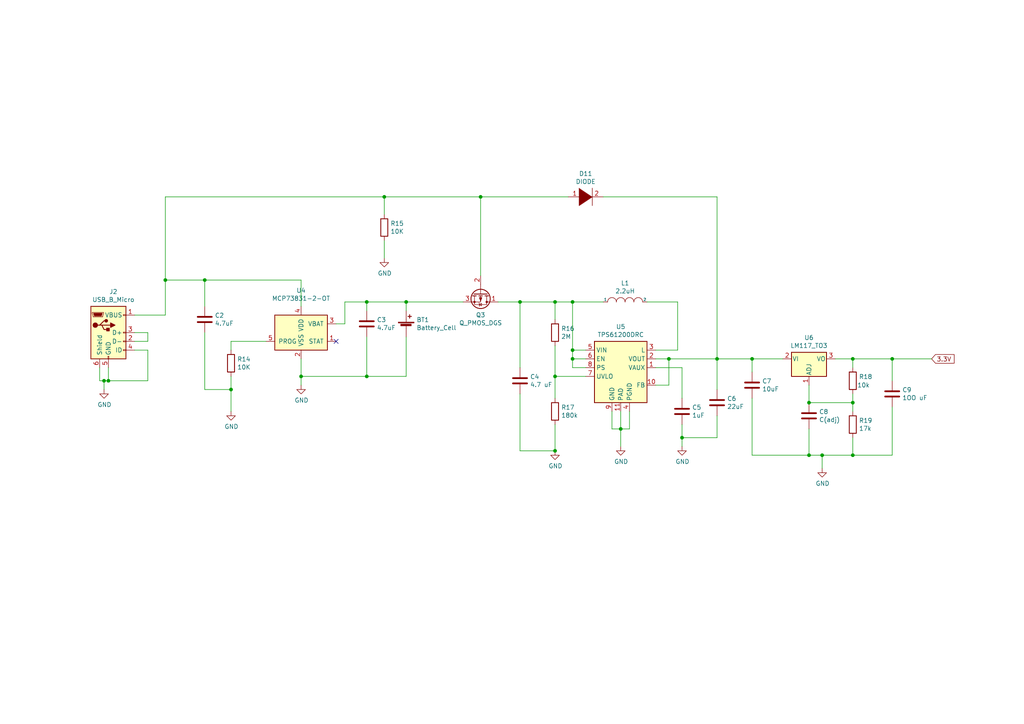
<source format=kicad_sch>
(kicad_sch (version 20230121) (generator eeschema)
  (paper "A4")
  (lib_symbols
    (symbol "Connector:USB_B_Micro" (pin_names (offset 1.016))
      (property "Reference" "J" (at -5.08 11.43 0))
      (property "Value" "USB_B_Micro" (at -5.08 8.89 0))
      (symbol "USB_B_Micro_0_1"
        (rectangle (start -5.08 -7.62) (end 5.08 7.62) (stroke (width 0.254)) (fill (type background)))
        (circle (center -3.81 2.159) (radius 0.635) (stroke (width 0.254)) (fill (type outline)))
        (circle (center -0.635 3.429) (radius 0.381) (stroke (width 0.254)) (fill (type outline)))
        (rectangle (start -0.127 -7.62) (end 0.127 -6.858))
        (polyline (pts (xy -1.905 2.159) (xy 0.635 2.159)) (stroke (width 0.254)))
        (polyline (pts (xy -3.175 2.159) (xy -2.54 2.159) (xy -1.27 3.429) (xy -0.635 3.429)) (stroke (width 0.254)))
        (polyline (pts (xy -2.54 2.159) (xy -1.905 2.159) (xy -1.27 0.889) (xy 0 0.889)) (stroke (width 0.254)))
        (polyline (pts (xy 0.635 2.794) (xy 0.635 1.524) (xy 1.905 2.159) (xy 0.635 2.794)) (stroke (width 0.254)) (fill (type outline)))
        (polyline (pts (xy -4.318 5.588) (xy -1.778 5.588) (xy -2.032 4.826) (xy -4.064 4.826) (xy -4.318 5.588)) (fill (type outline)))
        (polyline (pts (xy -4.699 5.842) (xy -4.699 5.588) (xy -4.445 4.826) (xy -4.445 4.572) (xy -1.651 4.572) (xy -1.651 4.826) (xy -1.397 5.588) (xy -1.397 5.842) (xy -4.699 5.842)))
        (rectangle (start 0.254 1.27) (end -0.508 0.508) (stroke (width 0.254)) (fill (type outline)))
        (rectangle (start 5.08 -5.207) (end 4.318 -4.953))
        (rectangle (start 5.08 -2.667) (end 4.318 -2.413))
        (rectangle (start 5.08 -0.127) (end 4.318 0.127))
        (rectangle (start 5.08 4.953) (end 4.318 5.207))
      )
      (symbol "USB_B_Micro_1_1"
        (pin power_out line (at 7.62 5.08 180) (length 2.54) (name "VBUS") (number "1"))
        (pin bidirectional line (at 7.62 -2.54 180) (length 2.54) (name "D-") (number "2"))
        (pin bidirectional line (at 7.62 0 180) (length 2.54) (name "D+") (number "3"))
        (pin passive line (at 7.62 -5.08 180) (length 2.54) (name "ID") (number "4"))
        (pin power_out line (at 0 -10.16 90) (length 2.54) (name "GND") (number "5"))
        (pin passive line (at -2.54 -10.16 90) (length 2.54) (name "Shield") (number "6"))
      )
    )
    (symbol "Device:Battery_Cell" (pin_numbers hide) (pin_names (offset 0) hide)
      (property "Reference" "BT" (at 2.54 2.54 0))
      (property "Value" "Battery_Cell" (at 2.54 0 0))
      (symbol "Battery_Cell_0_1"
        (rectangle (start -2.286 1.778) (end 2.286 1.524) (fill (type outline)))
        (rectangle (start -1.5748 1.1938) (end 1.4732 0.6858) (fill (type outline)))
        (polyline (pts (xy 0 0.762) (xy 0 0)))
        (polyline (pts (xy 0 1.778) (xy 0 2.54)))
        (polyline (pts (xy 0.508 3.429) (xy 1.524 3.429)) (stroke (width 0.254)))
        (polyline (pts (xy 1.016 3.937) (xy 1.016 2.921)) (stroke (width 0.254)))
      )
      (symbol "Battery_Cell_1_1"
        (pin passive line (at 0 5.08 270) (length 2.54) (name "+") (number "1"))
        (pin passive line (at 0 -2.54 90) (length 2.54) (name "-") (number "2"))
      )
    )
    (symbol "Device:C" (pin_numbers hide) (pin_names (offset 0.254))
      (property "Reference" "C" (at 0.635 2.54 0))
      (property "Value" "C" (at 0.635 -2.54 0))
      (symbol "C_0_1"
        (polyline (pts (xy -2.032 -0.762) (xy 2.032 -0.762)) (stroke (width 0.508)))
        (polyline (pts (xy -2.032 0.762) (xy 2.032 0.762)) (stroke (width 0.508)))
      )
      (symbol "C_1_1"
        (pin passive line (at 0 3.81 270) (length 2.794) (name "~") (number "1"))
        (pin passive line (at 0 -3.81 90) (length 2.794) (name "~") (number "2"))
      )
    )
    (symbol "Device:Q_PMOS_DGS" (pin_names (offset 0) hide)
      (property "Reference" "Q" (at 5.08 1.27 0))
      (property "Value" "Q_PMOS_DGS" (at 5.08 -1.27 0))
      (symbol "Q_PMOS_DGS_0_1"
        (polyline (pts (xy 0.254 0) (xy -2.54 0)))
        (polyline (pts (xy 0.254 1.905) (xy 0.254 -1.905)) (stroke (width 0.254)))
        (polyline (pts (xy 0.762 -1.27) (xy 0.762 -2.286)) (stroke (width 0.254)))
        (polyline (pts (xy 0.762 0.508) (xy 0.762 -0.508)) (stroke (width 0.254)))
        (polyline (pts (xy 0.762 2.286) (xy 0.762 1.27)) (stroke (width 0.254)))
        (polyline (pts (xy 2.54 2.54) (xy 2.54 1.778)))
        (polyline (pts (xy 2.54 -2.54) (xy 2.54 0) (xy 0.762 0)))
        (polyline (pts (xy 0.762 1.778) (xy 3.302 1.778) (xy 3.302 -1.778) (xy 0.762 -1.778)))
        (polyline (pts (xy 2.286 0) (xy 1.27 0.381) (xy 1.27 -0.381) (xy 2.286 0)) (fill (type outline)))
        (polyline (pts (xy 2.794 -0.508) (xy 2.921 -0.381) (xy 3.683 -0.381) (xy 3.81 -0.254)))
        (polyline (pts (xy 3.302 -0.381) (xy 2.921 0.254) (xy 3.683 0.254) (xy 3.302 -0.381)))
        (circle (center 1.651 0) (radius 2.794) (stroke (width 0.254)))
        (circle (center 2.54 -1.778) (radius 0.254) (fill (type outline)))
        (circle (center 2.54 1.778) (radius 0.254) (fill (type outline)))
      )
      (symbol "Q_PMOS_DGS_1_1"
        (pin passive line (at 2.54 5.08 270) (length 2.54) (name "D") (number "1"))
        (pin input line (at -5.08 0 0) (length 2.54) (name "G") (number "2"))
        (pin passive line (at 2.54 -5.08 90) (length 2.54) (name "S") (number "3"))
      )
    )
    (symbol "Device:R" (pin_numbers hide) (pin_names (offset 0))
      (property "Reference" "R" (at 2.032 0 90))
      (property "Value" "R" (at 0 0 90))
      (symbol "R_0_1"
        (rectangle (start -1.016 -2.54) (end 1.016 2.54) (stroke (width 0.254)))
      )
      (symbol "R_1_1"
        (pin passive line (at 0 3.81 270) (length 1.27) (name "~") (number "1"))
        (pin passive line (at 0 -3.81 90) (length 1.27) (name "~") (number "2"))
      )
    )
    (symbol "Regulator_Linear:LM117_TO3" (pin_names (offset 0.254))
      (property "Reference" "U" (at -3.81 3.175 0))
      (property "Value" "LM117_TO3" (at 0 3.175 0))
      (symbol "LM117_TO3_0_1"
        (rectangle (start -5.08 1.905) (end 5.08 -5.08) (stroke (width 0.254)) (fill (type background)))
      )
      (symbol "LM117_TO3_1_1"
        (pin input line (at 0 -7.62 90) (length 2.54) (name "ADJ") (number "1"))
        (pin power_in line (at -7.62 0 0) (length 2.54) (name "VI") (number "2"))
        (pin power_out line (at 7.62 0 180) (length 2.54) (name "VO") (number "3"))
      )
    )
    (symbol "Regulator_Switching:TPS61200DRC"
      (property "Reference" "U" (at -10.16 8.89 0))
      (property "Value" "TPS61200DRC" (at -2.54 8.89 0))
      (symbol "TPS61200DRC_0_1"
        (rectangle (start -7.62 7.62) (end 7.62 -10.16) (stroke (width 0.254)) (fill (type background)))
      )
      (symbol "TPS61200DRC_1_1"
        (pin bidirectional line (at 10.16 0 180) (length 2.54) (name "VAUX") (number "1"))
        (pin input line (at 10.16 -5.08 180) (length 2.54) (name "FB") (number "10"))
        (pin power_in line (at 0 -12.7 90) (length 2.54) (name "PAD") (number "11"))
        (pin power_out line (at 10.16 2.54 180) (length 2.54) (name "VOUT") (number "2"))
        (pin input line (at 10.16 5.08 180) (length 2.54) (name "L") (number "3"))
        (pin power_in line (at 2.54 -12.7 90) (length 2.54) (name "PGND") (number "4"))
        (pin power_in line (at -10.16 5.08 0) (length 2.54) (name "VIN") (number "5"))
        (pin input line (at -10.16 2.54 0) (length 2.54) (name "EN") (number "6"))
        (pin input line (at -10.16 -2.54 0) (length 2.54) (name "UVLO") (number "7"))
        (pin input line (at -10.16 0 0) (length 2.54) (name "PS") (number "8"))
        (pin power_in line (at -2.54 -12.7 90) (length 2.54) (name "GND") (number "9"))
      )
    )
    (symbol "power supplly-rescue:DIODE-pspice" (pin_names (offset 1.016) hide)
      (property "Reference" "D" (at 0 3.81 0))
      (property "Value" "pspice_DIODE" (at 0 -4.445 0))
      (symbol "DIODE-pspice_0_1"
        (polyline (pts (xy 1.905 2.54) (xy 1.905 -2.54)))
        (polyline (pts (xy -1.905 2.54) (xy -1.905 -2.54) (xy 1.905 0)) (fill (type outline)))
      )
      (symbol "DIODE-pspice_1_1"
        (pin input line (at -5.08 0 0) (length 3.81) (name "K") (number "1"))
        (pin input line (at 5.08 0 180) (length 3.81) (name "A") (number "2"))
      )
    )
    (symbol "power supplly-rescue:INDUCTOR-pspice" (pin_numbers hide) (pin_names (offset 0))
      (property "Reference" "L" (at 0 2.54 0))
      (property "Value" "pspice_INDUCTOR" (at 0 -1.27 0))
      (symbol "INDUCTOR-pspice_0_1"
        (arc (start -2.54 0) (mid -3.81 1.2645) (end -5.08 0))
        (arc (start 0 0) (mid -1.27 1.2645) (end -2.54 0))
        (arc (start 2.54 0) (mid 1.27 1.2645) (end 0 0))
        (arc (start 5.08 0) (mid 3.81 1.2645) (end 2.54 0))
      )
      (symbol "INDUCTOR-pspice_1_1"
        (pin input line (at -6.35 0 0) (length 1.27) (name "1") (number "1"))
        (pin input line (at 6.35 0 180) (length 1.27) (name "2") (number "2"))
      )
    )
    (symbol "power supplly-rescue:MCP73831-2-OT-Battery_Management" (pin_names (offset 1.016))
      (property "Reference" "U" (at -7.62 6.35 0))
      (property "Value" "Battery_Management_MCP73831-2-OT" (at 1.27 6.35 0))
      (symbol "MCP73831-2-OT-Battery_Management_0_1"
        (rectangle (start -7.62 5.08) (end 7.62 -5.08) (stroke (width 0.254)) (fill (type background)))
      )
      (symbol "MCP73831-2-OT-Battery_Management_1_1"
        (pin output line (at 10.16 -2.54 180) (length 2.54) (name "STAT") (number "1"))
        (pin power_in line (at 0 -7.62 90) (length 2.54) (name "VSS") (number "2"))
        (pin power_out line (at 10.16 2.54 180) (length 2.54) (name "VBAT") (number "3"))
        (pin power_in line (at 0 7.62 270) (length 2.54) (name "VDD") (number "4"))
        (pin input line (at -10.16 -2.54 0) (length 2.54) (name "PROG") (number "5"))
      )
    )
    (symbol "power:GND" (power) (pin_names (offset 0))
      (property "Value" "GND" (at 0 -3.81 0))
      (symbol "GND_0_1"
        (polyline (pts (xy 0 0) (xy 0 -1.27) (xy 1.27 -1.27) (xy 0 -2.54) (xy -1.27 -1.27) (xy 0 -1.27)))
      )
      (symbol "GND_1_1"
        (pin power_in line (at 0 0 270) (length 0) hide (name "GND") (number "1"))
      )
    )
  )
  (junction (at 30.1752 110.4392))
  (junction (at 234.6452 116.7892))
  (junction (at 218.1352 104.0892))
  (junction (at 180.0352 124.4092))
  (junction (at 258.7752 104.0892))
  (junction (at 106.3752 87.5792))
  (junction (at 197.8152 126.9492))
  (junction (at 47.9552 81.2292))
  (junction (at 234.6452 132.0292))
  (junction (at 59.3852 81.2292))
  (junction (at 87.3252 109.1692))
  (junction (at 111.4552 57.0992))
  (junction (at 238.4552 132.0292))
  (junction (at 67.0052 112.9792))
  (junction (at 247.3452 104.0892))
  (junction (at 139.3952 57.0992))
  (junction (at 166.0652 104.0892))
  (junction (at 247.3452 116.7892))
  (junction (at 150.8252 87.5792))
  (junction (at 117.8052 87.5792))
  (junction (at 160.9852 109.1692))
  (junction (at 106.3752 109.1692))
  (junction (at 160.9852 87.5792))
  (junction (at 247.3452 132.0292))
  (junction (at 160.9852 130.7592))
  (junction (at 31.4452 110.4392))
  (junction (at 166.0652 101.5492))
  (junction (at 166.0652 87.5792))
  (junction (at 194.0052 104.0892))
  (junction (at 207.9752 104.0892))
  (no_connect (at 97.4852 99.0092))
  (wire (pts (xy 87.3252 109.1692) (xy 87.3252 111.7092)))
  (wire (pts (xy 42.8752 110.4392) (xy 31.4452 110.4392)))
  (wire (pts (xy 166.0652 101.5492) (xy 166.0652 87.5792)))
  (wire (pts (xy 30.1752 112.9792) (xy 30.1752 110.4392)))
  (wire (pts (xy 160.9852 92.6592) (xy 160.9852 87.5792)))
  (wire (pts (xy 150.8252 87.5792) (xy 150.8252 106.6292)))
  (wire (pts (xy 247.3452 132.0292) (xy 247.3452 126.9492)))
  (wire (pts (xy 169.8752 101.5492) (xy 166.0652 101.5492)))
  (wire (pts (xy 160.9852 109.1692) (xy 160.9852 100.2792)))
  (wire (pts (xy 207.9752 104.0892) (xy 218.1352 104.0892)))
  (wire (pts (xy 247.3452 132.0292) (xy 258.7752 132.0292)))
  (wire (pts (xy 39.0652 91.3892) (xy 47.9552 91.3892)))
  (wire (pts (xy 97.4852 93.9292) (xy 100.0252 93.9292)))
  (wire (pts (xy 117.8052 97.7392) (xy 117.8052 109.1692)))
  (wire (pts (xy 190.1952 106.6292) (xy 197.8152 106.6292)))
  (wire (pts (xy 258.7752 104.0892) (xy 270.2052 104.0892)))
  (wire (pts (xy 218.1352 107.8992) (xy 218.1352 104.0892)))
  (wire (pts (xy 111.4552 57.0992) (xy 139.3952 57.0992)))
  (wire (pts (xy 67.0052 112.9792) (xy 59.3852 112.9792)))
  (wire (pts (xy 247.3452 119.3292) (xy 247.3452 116.7892)))
  (wire (pts (xy 47.9552 81.2292) (xy 47.9552 57.0992)))
  (wire (pts (xy 169.8752 109.1692) (xy 160.9852 109.1692)))
  (wire (pts (xy 247.3452 116.7892) (xy 234.6452 116.7892)))
  (wire (pts (xy 180.0352 124.4092) (xy 182.5752 124.4092)))
  (wire (pts (xy 87.3252 109.1692) (xy 106.3752 109.1692)))
  (wire (pts (xy 169.8752 106.6292) (xy 166.0652 106.6292)))
  (wire (pts (xy 194.0052 111.7092) (xy 190.1952 111.7092)))
  (wire (pts (xy 258.7752 104.0892) (xy 247.3452 104.0892)))
  (wire (pts (xy 100.0252 87.5792) (xy 106.3752 87.5792)))
  (wire (pts (xy 247.3452 116.7892) (xy 247.3452 114.2492)))
  (wire (pts (xy 59.3852 88.8492) (xy 59.3852 81.2292)))
  (wire (pts (xy 166.0652 87.5792) (xy 160.9852 87.5792)))
  (wire (pts (xy 39.0652 101.5492) (xy 42.8752 101.5492)))
  (wire (pts (xy 42.8752 96.4692) (xy 42.8752 99.0092)))
  (wire (pts (xy 67.0052 112.9792) (xy 67.0052 119.3292)))
  (wire (pts (xy 207.9752 112.9792) (xy 207.9752 104.0892)))
  (wire (pts (xy 197.8152 123.1392) (xy 197.8152 126.9492)))
  (wire (pts (xy 28.9052 110.4392) (xy 28.9052 106.6292)))
  (wire (pts (xy 174.9552 57.0992) (xy 207.9752 57.0992)))
  (wire (pts (xy 59.3852 81.2292) (xy 47.9552 81.2292)))
  (wire (pts (xy 234.6452 116.7892) (xy 234.6452 111.7092)))
  (wire (pts (xy 106.3752 87.5792) (xy 117.8052 87.5792)))
  (wire (pts (xy 67.0052 99.0092) (xy 67.0052 101.5492)))
  (wire (pts (xy 247.3452 106.6292) (xy 247.3452 104.0892)))
  (wire (pts (xy 134.3152 87.5792) (xy 117.8052 87.5792)))
  (wire (pts (xy 117.8052 87.5792) (xy 117.8052 90.1192)))
  (wire (pts (xy 196.5452 87.5792) (xy 196.5452 101.5492)))
  (wire (pts (xy 234.6452 124.4092) (xy 234.6452 132.0292)))
  (wire (pts (xy 30.1752 110.4392) (xy 28.9052 110.4392)))
  (wire (pts (xy 207.9752 120.5992) (xy 207.9752 126.9492)))
  (wire (pts (xy 42.8752 99.0092) (xy 39.0652 99.0092)))
  (wire (pts (xy 160.9852 130.7592) (xy 160.9852 123.1392)))
  (wire (pts (xy 218.1352 132.0292) (xy 234.6452 132.0292)))
  (wire (pts (xy 150.8252 130.7592) (xy 160.9852 130.7592)))
  (wire (pts (xy 106.3752 87.5792) (xy 106.3752 90.1192)))
  (wire (pts (xy 182.5752 124.4092) (xy 182.5752 119.3292)))
  (wire (pts (xy 144.4752 87.5792) (xy 150.8252 87.5792)))
  (wire (pts (xy 177.4952 124.4092) (xy 180.0352 124.4092)))
  (wire (pts (xy 166.0652 106.6292) (xy 166.0652 104.0892)))
  (wire (pts (xy 174.9552 87.5792) (xy 166.0652 87.5792)))
  (wire (pts (xy 207.9752 57.0992) (xy 207.9752 104.0892)))
  (wire (pts (xy 87.3252 81.2292) (xy 59.3852 81.2292)))
  (wire (pts (xy 67.0052 109.1692) (xy 67.0052 112.9792)))
  (wire (pts (xy 39.0652 96.4692) (xy 42.8752 96.4692)))
  (wire (pts (xy 196.5452 101.5492) (xy 190.1952 101.5492)))
  (wire (pts (xy 194.0052 104.0892) (xy 194.0052 111.7092)))
  (wire (pts (xy 106.3752 97.7392) (xy 106.3752 109.1692)))
  (wire (pts (xy 139.3952 57.0992) (xy 139.3952 79.9592)))
  (wire (pts (xy 166.0652 104.0892) (xy 169.8752 104.0892)))
  (wire (pts (xy 194.0052 104.0892) (xy 207.9752 104.0892)))
  (wire (pts (xy 106.3752 109.1692) (xy 117.8052 109.1692)))
  (wire (pts (xy 247.3452 104.0892) (xy 242.2652 104.0892)))
  (wire (pts (xy 166.0652 104.0892) (xy 166.0652 101.5492)))
  (wire (pts (xy 100.0252 93.9292) (xy 100.0252 87.5792)))
  (wire (pts (xy 258.7752 110.4392) (xy 258.7752 104.0892)))
  (wire (pts (xy 197.8152 126.9492) (xy 197.8152 129.4892)))
  (wire (pts (xy 187.6552 87.5792) (xy 196.5452 87.5792)))
  (wire (pts (xy 150.8252 114.2492) (xy 150.8252 130.7592)))
  (wire (pts (xy 180.0352 129.4892) (xy 180.0352 124.4092)))
  (wire (pts (xy 177.4952 119.3292) (xy 177.4952 124.4092)))
  (wire (pts (xy 77.1652 99.0092) (xy 67.0052 99.0092)))
  (wire (pts (xy 180.0352 124.4092) (xy 180.0352 119.3292)))
  (wire (pts (xy 87.3252 81.2292) (xy 87.3252 88.8492)))
  (wire (pts (xy 160.9852 115.5192) (xy 160.9852 109.1692)))
  (wire (pts (xy 87.3252 104.0892) (xy 87.3252 109.1692)))
  (wire (pts (xy 42.8752 101.5492) (xy 42.8752 110.4392)))
  (wire (pts (xy 190.1952 104.0892) (xy 194.0052 104.0892)))
  (wire (pts (xy 238.4552 135.8392) (xy 238.4552 132.0292)))
  (wire (pts (xy 238.4552 132.0292) (xy 247.3452 132.0292)))
  (wire (pts (xy 197.8152 115.5192) (xy 197.8152 106.6292)))
  (wire (pts (xy 111.4552 74.8792) (xy 111.4552 69.7992)))
  (wire (pts (xy 139.3952 57.0992) (xy 164.7952 57.0992)))
  (wire (pts (xy 47.9552 57.0992) (xy 111.4552 57.0992)))
  (wire (pts (xy 111.4552 57.0992) (xy 111.4552 62.1792)))
  (wire (pts (xy 47.9552 81.2292) (xy 47.9552 91.3892)))
  (wire (pts (xy 227.0252 104.0892) (xy 218.1352 104.0892)))
  (wire (pts (xy 258.7752 132.0292) (xy 258.7752 118.0592)))
  (wire (pts (xy 30.1752 110.4392) (xy 31.4452 110.4392)))
  (wire (pts (xy 218.1352 115.5192) (xy 218.1352 132.0292)))
  (wire (pts (xy 59.3852 112.9792) (xy 59.3852 96.4692)))
  (wire (pts (xy 234.6452 132.0292) (xy 238.4552 132.0292)))
  (wire (pts (xy 207.9752 126.9492) (xy 197.8152 126.9492)))
  (wire (pts (xy 150.8252 87.5792) (xy 160.9852 87.5792)))
  (wire (pts (xy 31.4452 110.4392) (xy 31.4452 106.6292)))
  (global_label "3.3V" (shape input) (at 270.2052 104.0892 0) (property "Intersheetrefs" "${INTERSHEET_REFS}" (effects hide)))
  (symbol (lib_id "Device:C") (at 197.8152 119.3292 0) (unit 1)
    (property "Reference" "C5" (at 200.7362 118.1608 0) (effects (justify left)))
    (property "Value" "1uF" (at 200.7362 120.4722 0) (effects (justify left)))
    (instances (project "Main Schematic" (path "" (reference "C5") (unit 1))) (project "power supplly[2803]" (path "" (reference "C6") (unit 1))))
  )
  (symbol (lib_id "Device:R") (at 247.3452 123.1392 0) (unit 1)
    (property "Reference" "R19" (at 249.1232 121.9708 0) (effects (justify left)))
    (property "Value" "17k" (at 249.1232 124.2822 0) (effects (justify left)))
    (instances (project "Main Schematic" (path "" (reference "R19") (unit 1))) (project "power supplly[2803]" (path "" (reference "R1") (unit 1))))
  )
  (symbol (lib_id "Device:Q_PMOS_DGS") (at 139.3952 85.0392 270) (unit 1)
    (property "Reference" "Q3" (at 139.3952 91.3638 90))
    (property "Value" "Q_PMOS_DGS" (at 139.3952 93.6752 90))
    (instances (project "Main Schematic" (path "" (reference "Q3") (unit 1))) (project "power supplly[2803]" (path "" (reference "Q1") (unit 1))))
  )
  (symbol (lib_id "power supplly-rescue:INDUCTOR-pspice") (at 181.3052 87.5792 0) (unit 1)
    (property "Reference" "L1" (at 181.3052 82.1182 0))
    (property "Value" "2.2uH" (at 181.3052 84.4296 0))
  )
  (symbol (lib_id "power:GND") (at 160.9852 130.7592 0) (unit 1)
    (property "Reference" "#PWR019" (effects hide))
    (property "Value" "GND" (at 161.1122 135.1534 0))
    (instances (project "Main Schematic" (path "" (reference "#PWR019") (unit 1))) (project "power supplly[2803]" (path "" (reference "#PWR0108") (unit 1))))
  )
  (symbol (lib_id "Regulator_Switching:TPS61200DRC") (at 180.0352 106.6292 0) (unit 1)
    (property "Reference" "U5" (at 180.0352 94.7674 0))
    (property "Value" "TPS61200DRC" (at 180.0352 97.0788 0))
    (property "Footprint" "Package_SON:Texas_S-PVSON-N10_ThermalVias" (effects hide))
    (property "Datasheet" "http://www.ti.com/lit/ds/symlink/tps61200.pdf" (effects hide))
    (instances (project "Main Schematic" (path "" (reference "U5") (unit 1))) (project "power supplly[2803]" (path "" (reference "U3") (unit 1))))
  )
  (symbol (lib_id "power:GND") (at 238.4552 135.8392 0) (unit 1)
    (property "Reference" "#PWR022" (effects hide))
    (property "Value" "GND" (at 238.5822 140.2334 0))
    (instances (project "Main Schematic" (path "" (reference "#PWR022") (unit 1))) (project "power supplly[2803]" (path "" (reference "#PWR0111") (unit 1))))
  )
  (symbol (lib_id "Device:C") (at 106.3752 93.9292 0) (unit 1)
    (property "Reference" "C3" (at 109.2962 92.7608 0) (effects (justify left)))
    (property "Value" "4.7uF" (at 109.2962 95.0722 0) (effects (justify left)))
    (instances (project "Main Schematic" (path "" (reference "C3") (unit 1))) (project "power supplly[2803]" (path "" (reference "C4") (unit 1))))
  )
  (symbol (lib_id "Device:C") (at 258.7752 114.2492 0) (unit 1)
    (property "Reference" "C9" (at 261.6962 113.0808 0) (effects (justify left)))
    (property "Value" "1OO uF" (at 261.6962 115.3922 0) (effects (justify left)))
    (instances (project "Main Schematic" (path "" (reference "C9") (unit 1))) (project "power supplly[2803]" (path "" (reference "C10") (unit 1))))
  )
  (symbol (lib_id "Device:R") (at 247.3452 110.4392 0) (unit 1)
    (property "Reference" "R18" (at 249.1232 109.2708 0) (effects (justify left)))
    (property "Value" "10k" (at 248.6152 111.7092 0) (effects (justify left)))
    (instances (project "Main Schematic" (path "" (reference "R18") (unit 1))) (project "power supplly[2803]" (path "" (reference "R6") (unit 1))))
  )
  (symbol (lib_id "Device:R") (at 160.9852 119.3292 0) (unit 1)
    (property "Reference" "R17" (at 162.7632 118.1608 0) (effects (justify left)))
    (property "Value" "180k" (at 162.7632 120.4722 0) (effects (justify left)))
    (instances (project "Main Schematic" (path "" (reference "R17") (unit 1))) (project "power supplly[2803]" (path "" (reference "R5") (unit 1))))
  )
  (symbol (lib_id "Device:Battery_Cell") (at 117.8052 95.1992 0) (unit 1)
    (property "Reference" "BT1" (at 120.8024 92.7608 0) (effects (justify left)))
    (property "Value" "Battery_Cell" (at 120.8024 95.0722 0) (effects (justify left)))
    (instances (project "Main Schematic" (path "" (reference "BT1") (unit 1))) (project "power supplly[2803]" (path "" (reference "BT2") (unit 1))))
  )
  (symbol (lib_id "Device:C") (at 234.6452 120.5992 0) (unit 1)
    (property "Reference" "C8" (at 237.5662 119.4308 0) (effects (justify left)))
    (property "Value" "C(adj)" (at 237.5662 121.7422 0) (effects (justify left)))
    (instances (project "Main Schematic" (path "" (reference "C8") (unit 1))) (project "power supplly[2803]" (path "" (reference "C9") (unit 1))))
  )
  (symbol (lib_id "power:GND") (at 67.0052 119.3292 0) (unit 1)
    (property "Reference" "#PWR016" (effects hide))
    (property "Value" "GND" (at 67.1322 123.7234 0))
    (instances (project "Main Schematic" (path "" (reference "#PWR016") (unit 1))) (project "power supplly[2803]" (path "" (reference "#PWR0104") (unit 1))))
  )
  (symbol (lib_id "Device:C") (at 59.3852 92.6592 0) (unit 1)
    (property "Reference" "C2" (at 62.3062 91.4908 0) (effects (justify left)))
    (property "Value" "4.7uF" (at 62.3062 93.8022 0) (effects (justify left)))
    (instances (project "Main Schematic" (path "" (reference "C2") (unit 1))) (project "power supplly[2803]" (path "" (reference "C3") (unit 1))))
  )
  (symbol (lib_id "power:GND") (at 87.3252 111.7092 0) (unit 1)
    (property "Reference" "#PWR017" (effects hide))
    (property "Value" "GND" (at 87.4522 116.1034 0))
    (instances (project "Main Schematic" (path "" (reference "#PWR017") (unit 1))) (project "power supplly[2803]" (path "" (reference "#PWR0106") (unit 1))))
  )
  (symbol (lib_id "power supplly-rescue:MCP73831-2-OT-Battery_Management") (at 87.3252 96.4692 0) (unit 1)
    (property "Reference" "U4" (at 87.3252 84.2518 0))
    (property "Value" "MCP73831-2-OT" (at 87.3252 86.5632 0))
    (property "Footprint" "Package_TO_SOT_SMD:SOT-23-5" (effects hide))
    (property "Datasheet" "http://ww1.microchip.com/downloads/en/DeviceDoc/20001984g.pdf" (effects hide))
    (instances (project "Main Schematic" (path "" (reference "U4") (unit 1))) (project "power supplly[2803]" (path "" (reference "U2") (unit 1))))
  )
  (symbol (lib_id "power:GND") (at 111.4552 74.8792 0) (unit 1)
    (property "Reference" "#PWR018" (effects hide))
    (property "Value" "GND" (at 111.5822 79.2734 0))
    (instances (project "Main Schematic" (path "" (reference "#PWR018") (unit 1))) (project "power supplly[2803]" (path "" (reference "#PWR0110") (unit 1))))
  )
  (symbol (lib_id "Connector:USB_B_Micro") (at 31.4452 96.4692 0) (unit 1)
    (property "Reference" "J2" (at 32.893 84.6074 0))
    (property "Value" "USB_B_Micro" (at 32.893 86.9188 0))
  )
  (symbol (lib_id "Regulator_Linear:LM117_TO3") (at 234.6452 104.0892 0) (unit 1)
    (property "Reference" "U6" (at 234.6452 97.9424 0))
    (property "Value" "LM117_TO3" (at 234.6452 100.2538 0))
    (property "Footprint" "Package_TO_SOT_THT:TO-3" (effects hide))
    (property "Datasheet" "http://www.ti.com/lit/ds/symlink/lm317.pdf" (effects hide))
    (instances (project "Main Schematic" (path "" (reference "U6") (unit 1))) (project "power supplly[2803]" (path "" (reference "U4") (unit 1))))
  )
  (symbol (lib_id "Device:C") (at 207.9752 116.7892 0) (unit 1)
    (property "Reference" "C6" (at 210.8962 115.6208 0) (effects (justify left)))
    (property "Value" "22uF" (at 210.8962 117.9322 0) (effects (justify left)))
    (instances (project "Main Schematic" (path "" (reference "C6") (unit 1))) (project "power supplly[2803]" (path "" (reference "C7") (unit 1))))
  )
  (symbol (lib_id "power:GND") (at 30.1752 112.9792 0) (unit 1)
    (property "Reference" "#PWR015" (effects hide))
    (property "Value" "GND" (at 30.3022 117.3734 0))
    (instances (project "Main Schematic" (path "" (reference "#PWR015") (unit 1))) (project "power supplly[2803]" (path "" (reference "#PWR0105") (unit 1))))
  )
  (symbol (lib_id "Device:C") (at 150.8252 110.4392 0) (unit 1)
    (property "Reference" "C4" (at 153.7462 109.2708 0) (effects (justify left)))
    (property "Value" "4.7 uF" (at 153.7462 111.5822 0) (effects (justify left)))
    (instances (project "Main Schematic" (path "" (reference "C4") (unit 1))) (project "power supplly[2803]" (path "" (reference "C5") (unit 1))))
  )
  (symbol (lib_id "Device:R") (at 160.9852 96.4692 0) (unit 1)
    (property "Reference" "R16" (at 162.7632 95.3008 0) (effects (justify left)))
    (property "Value" "2M" (at 162.7632 97.6122 0) (effects (justify left)))
    (instances (project "Main Schematic" (path "" (reference "R16") (unit 1))) (project "power supplly[2803]" (path "" (reference "R4") (unit 1))))
  )
  (symbol (lib_id "power:GND") (at 197.8152 129.4892 0) (unit 1)
    (property "Reference" "#PWR021" (effects hide))
    (property "Value" "GND" (at 197.9422 133.8834 0))
    (instances (project "Main Schematic" (path "" (reference "#PWR021") (unit 1))) (project "power supplly[2803]" (path "" (reference "#PWR0107") (unit 1))))
  )
  (symbol (lib_id "power:GND") (at 180.0352 129.4892 0) (unit 1)
    (property "Reference" "#PWR020" (effects hide))
    (property "Value" "GND" (at 180.1622 133.8834 0))
    (instances (project "Main Schematic" (path "" (reference "#PWR020") (unit 1))) (project "power supplly[2803]" (path "" (reference "#PWR0109") (unit 1))))
  )
  (symbol (lib_id "Device:R") (at 111.4552 65.9892 0) (unit 1)
    (property "Reference" "R15" (at 113.2332 64.8208 0) (effects (justify left)))
    (property "Value" "10K" (at 113.2332 67.1322 0) (effects (justify left)))
    (instances (project "Main Schematic" (path "" (reference "R15") (unit 1))) (project "power supplly[2803]" (path "" (reference "R3") (unit 1))))
  )
  (symbol (lib_id "Device:C") (at 218.1352 111.7092 0) (unit 1)
    (property "Reference" "C7" (at 221.0562 110.5408 0) (effects (justify left)))
    (property "Value" "10uF" (at 221.0562 112.8522 0) (effects (justify left)))
    (instances (project "Main Schematic" (path "" (reference "C7") (unit 1))) (project "power supplly[2803]" (path "" (reference "C8") (unit 1))))
  )
  (symbol (lib_id "Device:R") (at 67.0052 105.3592 0) (unit 1)
    (property "Reference" "R14" (at 68.7832 104.1908 0) (effects (justify left)))
    (property "Value" "10K" (at 68.7832 106.5022 0) (effects (justify left)))
    (instances (project "Main Schematic" (path "" (reference "R14") (unit 1))) (project "power supplly[2803]" (path "" (reference "R2") (unit 1))))
  )
  (symbol (lib_id "power supplly-rescue:DIODE-pspice") (at 169.8752 57.0992 0) (unit 1)
    (property "Reference" "D11" (at 169.8752 50.3682 0))
    (property "Value" "DIODE" (at 169.8752 52.6796 0))
    (instances (project "Main Schematic" (path "" (reference "D11") (unit 1))) (project "power supplly[2803]" (path "" (reference "D1") (unit 1))))
  )
)
</source>
